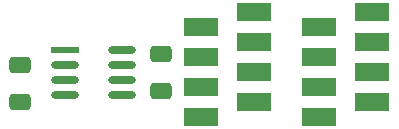
<source format=gbr>
%TF.GenerationSoftware,KiCad,Pcbnew,7.0.11-2.fc39*%
%TF.CreationDate,2024-04-04T23:01:03+02:00*%
%TF.ProjectId,WifiCAN,57696669-4341-44e2-9e6b-696361645f70,rev?*%
%TF.SameCoordinates,Original*%
%TF.FileFunction,Paste,Top*%
%TF.FilePolarity,Positive*%
%FSLAX46Y46*%
G04 Gerber Fmt 4.6, Leading zero omitted, Abs format (unit mm)*
G04 Created by KiCad (PCBNEW 7.0.11-2.fc39) date 2024-04-04 23:01:03*
%MOMM*%
%LPD*%
G01*
G04 APERTURE LIST*
G04 Aperture macros list*
%AMRoundRect*
0 Rectangle with rounded corners*
0 $1 Rounding radius*
0 $2 $3 $4 $5 $6 $7 $8 $9 X,Y pos of 4 corners*
0 Add a 4 corners polygon primitive as box body*
4,1,4,$2,$3,$4,$5,$6,$7,$8,$9,$2,$3,0*
0 Add four circle primitives for the rounded corners*
1,1,$1+$1,$2,$3*
1,1,$1+$1,$4,$5*
1,1,$1+$1,$6,$7*
1,1,$1+$1,$8,$9*
0 Add four rect primitives between the rounded corners*
20,1,$1+$1,$2,$3,$4,$5,0*
20,1,$1+$1,$4,$5,$6,$7,0*
20,1,$1+$1,$6,$7,$8,$9,0*
20,1,$1+$1,$8,$9,$2,$3,0*%
G04 Aperture macros list end*
%ADD10RoundRect,0.250000X-0.650000X0.412500X-0.650000X-0.412500X0.650000X-0.412500X0.650000X0.412500X0*%
%ADD11RoundRect,0.311066X-0.877468X0.000000X0.877468X0.000000X0.877468X0.000000X-0.877468X0.000000X0*%
%ADD12R,2.377069X0.622132*%
%ADD13R,3.000000X1.499997*%
%ADD14R,3.000000X1.500000*%
G04 APERTURE END LIST*
D10*
%TO.C,C1*%
X116559631Y-108284800D03*
X116559631Y-105159800D03*
%TD*%
%TO.C,C2*%
X128459631Y-107322300D03*
X128459631Y-104197300D03*
%TD*%
D11*
%TO.C,U1*%
X125192762Y-103853600D03*
X125192762Y-105123600D03*
X125192762Y-106393600D03*
X125192762Y-107663600D03*
X120357700Y-107663600D03*
X120357700Y-106393600D03*
X120357700Y-105123600D03*
D12*
X120357700Y-103853600D03*
%TD*%
D13*
%TO.C,JP2*%
X136376636Y-100638808D03*
X131876635Y-101908808D03*
D14*
X136376636Y-103178808D03*
X131876635Y-104448808D03*
X136376636Y-105718808D03*
X131876635Y-106988808D03*
X136376636Y-108258808D03*
X131876635Y-109528808D03*
%TD*%
D13*
%TO.C,JP1*%
X146376637Y-100638808D03*
X141876635Y-101908808D03*
D14*
X146376637Y-103178808D03*
X141876635Y-104448808D03*
X146376637Y-105718808D03*
X141876635Y-106988808D03*
X146376637Y-108258808D03*
X141876635Y-109528808D03*
%TD*%
M02*

</source>
